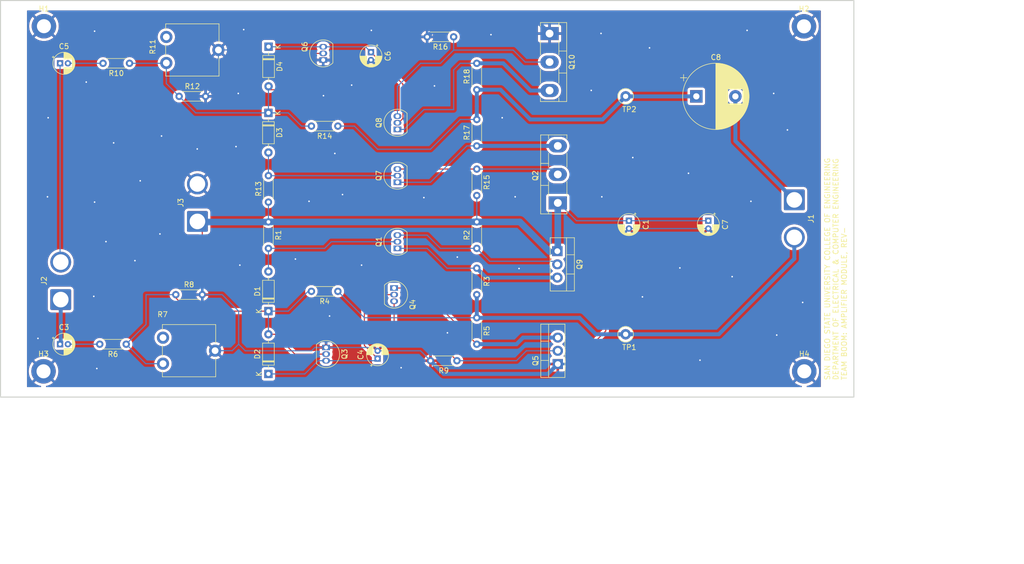
<source format=kicad_pcb>
(kicad_pcb (version 20240108) (generator "pcbnew") (generator_version "8.0")
  (title_block (title "Amplifier PCB") (date "2024-09-08") (rev "-") (company "Team BOOM"))
  (layers (0 "F.Cu" signal) (31 "B.Cu" signal) (34 "B.Paste" user) (35 "F.Paste" user) (36 "B.SilkS" user "B.Silkscreen") (37 "F.SilkS" user "F.Silkscreen") (38 "B.Mask" user) (39 "F.Mask" user) (44 "Edge.Cuts" user))
  (net 0 "")
  (net 1 "Net-(C8-Pad1)")
  (net 2 "Net-(Q10-C)")
  (net 3 "Net-(Q2-C)")
  (net 4 "GND")
  (net 5 "Net-(Q10-B)")
  (net 6 "Net-(D3-K)")
  (net 7 "/18V")
  (net 8 "Net-(D3-A)")
  (net 9 "Net-(C5-Pad2)")
  (net 10 "Net-(Q4-C)")
  (net 11 "Net-(D1-K)")
  (net 12 "Net-(C3-Pad2)")
  (net 13 "Net-(Q4-E)")
  (net 14 "Net-(D1-A)")
  (net 15 "Net-(Q1-C)")
  (net 16 "Net-(Q1-E)")
  (net 17 "Net-(Q2-B)")
  (net 18 "Net-(D4-K)")
  (net 19 "Net-(D2-K)")
  (net 20 "Net-(J2-Pin_2)")
  (net 21 "Net-(J2-Pin_1)")
  (net 22 "Net-(J1-Pin_2)")
  (net 23 "Net-(J1-Pin_1)")
  (footprint "Resistor_THT:R_Axial_DIN0204_L3.6mm_D1.6mm_P5.08mm_Horizontal" (layer "F.Cu") (at 72.1058 119.1448)
    (property "Reference" "R8" (at 2.54 -1.92 0) (layer "F.SilkS"))
    (property "Value" "1.3k")
    (pad "1" thru_hole circle (at 0 0) (size 1.4 1.4) (drill 0.7) (layers "*.Cu" "*.Mask") (net 11 "Net-(D1-K)"))
    (pad "2" thru_hole oval (at 5.08 0) (size 1.4 1.4) (drill 0.7) (layers "*.Cu" "*.Mask") (net 4 "GND"))
  )
  (footprint "Resistor_THT:R_Axial_DIN0204_L3.6mm_D1.6mm_P5.08mm_Horizontal" (layer "F.Cu") (at 103.2208 86.7598 180)
    (property "Reference" "R14" (at 2.54 -1.92 0) (layer "F.SilkS"))
    (property "Value" "12k")
    (pad "1" thru_hole circle (at 0 0 180) (size 1.4 1.4) (drill 0.7) (layers "*.Cu" "*.Mask") (net 1 "Net-(C8-Pad1)"))
    (pad "2" thru_hole oval (at 5.08 0 180) (size 1.4 1.4) (drill 0.7) (layers "*.Cu" "*.Mask") (net 6 "Net-(D3-K)"))
  )
  (footprint "TestPoint:TestPoint_Loop_D2.50mm_Drill1.0mm" (layer "F.Cu") (at 158.4658 126.7648)
    (property "Reference" "TP1" (at 0.7 2.5 0) (layer "F.SilkS"))
    (property "Value" "TestPoint")
    (pad "1" thru_hole circle (at 0 0) (size 2 2) (drill 1) (layers "*.Cu" "*.Mask") (net 22 "Net-(J1-Pin_2)"))
  )
  (footprint "Resistor_THT:R_Axial_DIN0204_L3.6mm_D1.6mm_P5.08mm_Horizontal" (layer "F.Cu") (at 72.7408 81.0448)
    (property "Reference" "R12" (at 2.54 -1.92 0) (layer "F.SilkS"))
    (property "Value" "1.3k")
    (pad "1" thru_hole circle (at 0 0) (size 1.4 1.4) (drill 0.7) (layers "*.Cu" "*.Mask") (net 6 "Net-(D3-K)"))
    (pad "2" thru_hole oval (at 5.08 0) (size 1.4 1.4) (drill 0.7) (layers "*.Cu" "*.Mask") (net 4 "GND"))
  )
  (footprint "Capacitor_THT:CP_Radial_D4.0mm_P1.50mm" (layer "F.Cu") (at 159.1008 104.9448 -90)
    (property "Reference" "C1" (at 0.75 -3.25 90) (layer "F.SilkS"))
    (property "Value" "0.22Uf")
    (pad "1" thru_hole rect (at 0 0 270) (size 1.2 1.2) (drill 0.6) (layers "*.Cu" "*.Mask") (net 7 "/18V"))
    (pad "2" thru_hole circle (at 1.5 0 270) (size 1.2 1.2) (drill 0.6) (layers "*.Cu" "*.Mask") (net 4 "GND"))
  )
  (footprint "MountingHole:MountingHole_2.7mm_M2.5_DIN965_Pad" (layer "F.Cu") (at 46.7868 67.564)
    (property "Reference" "H1" (at 0 -3.35 0) (layer "F.SilkS"))
    (property "Value" "MountingHole_Pad")
    (pad "1" thru_hole circle (at 0 0) (size 4.7 4.7) (drill 2.7) (layers "*.Cu" "*.Mask") (net 4 "GND"))
  )
  (footprint "MountingHole:MountingHole_2.7mm_M2.5_DIN965_Pad" (layer "F.Cu") (at 46.7106 133.8834)
    (property "Reference" "H3" (at 0 -3.35 0) (layer "F.SilkS"))
    (property "Value" "MountingHole_Pad")
    (pad "1" thru_hole circle (at 0 0) (size 4.7 4.7) (drill 2.7) (layers "*.Cu" "*.Mask") (net 4 "GND"))
  )
  (footprint "Resistor_THT:R_Axial_DIN0204_L3.6mm_D1.6mm_P5.08mm_Horizontal" (layer "F.Cu") (at 129.8908 95.0148 -90)
    (property "Reference" "R15" (at 2.54 -1.92 90) (layer "F.SilkS"))
    (property "Value" "10k")
    (pad "1" thru_hole circle (at 0 0 270) (size 1.4 1.4) (drill 0.7) (layers "*.Cu" "*.Mask") (net 17 "Net-(Q2-B)"))
    (pad "2" thru_hole oval (at 5.08 0 270) (size 1.4 1.4) (drill 0.7) (layers "*.Cu" "*.Mask") (net 7 "/18V"))
  )
  (footprint "Connector_Wire:SolderWire-2.5sqmm_1x02_P7.2mm_D2.4mm_OD3.6mm" (layer "F.Cu") (at 76.2508 105.0798 90)
    (property "Reference" "J3" (at 3.6 -3.2 90) (layer "F.SilkS"))
    (property "Value" "Power Input")
    (pad "1" thru_hole roundrect (at 0 0 90) (size 4 4) (drill 3) (layers "*.Cu" "*.Mask") (roundrect_rratio 0.0625) (net 7 "/18V"))
    (pad "2" thru_hole circle (at 7.2 0 90) (size 4 4) (drill 3) (layers "*.Cu" "*.Mask") (net 4 "GND"))
  )
  (footprint "MountingHole:MountingHole_2.7mm_M2.5_DIN965_Pad" (layer "F.Cu") (at 192.7606 133.8834)
    (property "Reference" "H4" (at 0 -3.35 0) (layer "F.SilkS"))
    (property "Value" "MountingHole_Pad")
    (pad "1" thru_hole circle (at 0 0) (size 4.7 4.7) (drill 2.7) (layers "*.Cu" "*.Mask") (net 4 "GND"))
  )
  (footprint "MountingHole:MountingHole_2.7mm_M2.5_DIN965_Pad" (layer "F.Cu") (at 192.7098 67.5894)
    (property "Reference" "H2" (at 0 -3.35 0) (layer "F.SilkS"))
    (property "Value" "MountingHole_Pad")
    (pad "1" thru_hole circle (at 0 0) (size 4.7 4.7) (drill 2.7) (layers "*.Cu" "*.Mask") (net 4 "GND"))
  )
  (footprint "Resistor_THT:R_Axial_DIN0204_L3.6mm_D1.6mm_P5.08mm_Horizontal" (layer "F.Cu") (at 129.8908 114.0648 -90)
    (property "Reference" "R3" (at 2.54 -1.92 90) (layer "F.SilkS"))
    (property "Value" "0.22")
    (pad "1" thru_hole circle (at 0 0 270) (size 1.4 1.4) (drill 0.7) (layers "*.Cu" "*.Mask") (net 16 "Net-(Q1-E)"))
    (pad "2" thru_hole oval (at 5.08 0 270) (size 1.4 1.4) (drill 0.7) (layers "*.Cu" "*.Mask") (net 22 "Net-(J1-Pin_2)"))
  )
  (footprint "Capacitor_THT:CP_Radial_D4.0mm_P1.50mm" (layer "F.Cu") (at 49.8808 128.6698)
    (property "Reference" "C3" (at 0.75 -3.25 0) (layer "F.SilkS"))
    (property "Value" "1Uf")
    (pad "1" thru_hole rect (at 0 0) (size 1.2 1.2) (drill 0.6) (layers "*.Cu" "*.Mask") (net 21 "Net-(J2-Pin_1)"))
    (pad "2" thru_hole circle (at 1.5 0) (size 1.2 1.2) (drill 0.6) (layers "*.Cu" "*.Mask") (net 12 "Net-(C3-Pad2)"))
  )
  (footprint "Potentiometer_THT:Potentiometer_ACP_CA9-V10_Vertical" (layer "F.Cu") (at 70.2808 74.6298)
    (property "Reference" "R11" (at -2.62 -3.11 -90) (layer "F.SilkS"))
    (property "Value" "R_Variable")
    (pad "1" thru_hole circle (at 0 0) (size 2.34 2.34) (drill 1.3) (layers "*.Cu" "*.Mask") (net 6 "Net-(D3-K)"))
    (pad "2" thru_hole circle (at 10 -2.5) (size 2.34 2.34) (drill 1.3) (layers "*.Cu" "*.Mask") (net 4 "GND"))
    (pad "3" thru_hole circle (at 0 -5) (size 2.34 2.34) (drill 1.3) (layers "*.Cu" "*.Mask"))
  )
  (footprint "Resistor_THT:R_Axial_DIN0204_L3.6mm_D1.6mm_P5.08mm_Horizontal" (layer "F.Cu") (at 129.8908 110.2548 90)
    (property "Reference" "R2" (at 2.54 -1.92 90) (layer "F.SilkS"))
    (property "Value" "10k")
    (pad "1" thru_hole circle (at 0 0 90) (size 1.4 1.4) (drill 0.7) (layers "*.Cu" "*.Mask") (net 15 "Net-(Q1-C)"))
    (pad "2" thru_hole oval (at 5.08 0 90) (size 1.4 1.4) (drill 0.7) (layers "*.Cu" "*.Mask") (net 7 "/18V"))
  )
  (footprint "Capacitor_THT:CP_Radial_D4.0mm_P1.50mm" (layer "F.Cu") (at 49.8808 74.6948)
    (property "Reference" "C5" (at 0.75 -3.25 0) (layer "F.SilkS"))
    (property "Value" "1Uf")
    (pad "1" thru_hole rect (at 0 0) (size 1.2 1.2) (drill 0.6) (layers "*.Cu" "*.Mask") (net 20 "Net-(J2-Pin_2)"))
    (pad "2" thru_hole circle (at 1.5 0) (size 1.2 1.2) (drill 0.6) (layers "*.Cu" "*.Mask") (net 9 "Net-(C5-Pad2)"))
  )
  (footprint "Package_TO_SOT_THT:TO-92_Inline" (layer "F.Cu") (at 100.4058 74.0598 90)
    (property "Reference" "Q6" (at 2.54 -3.535 90) (layer "F.SilkS"))
    (property "Value" "2N3904")
    (pad "1" thru_hole rect (at 0 0 90) (size 1.05 1.5) (drill 0.75) (layers "*.Cu" "*.Mask") (net 4 "GND"))
    (pad "2" thru_hole oval (at 1.27 0 90) (size 1.05 1.5) (drill 0.75) (layers "*.Cu" "*.Mask") (net 6 "Net-(D3-K)"))
    (pad "3" thru_hole oval (at 2.54 0 90) (size 1.05 1.5) (drill 0.75) (layers "*.Cu" "*.Mask") (net 18 "Net-(D4-K)"))
  )
  (footprint "Diode_THT:D_DO-35_SOD27_P7.62mm_Horizontal" (layer "F.Cu") (at 89.8858 84.2198 -90)
    (property "Reference" "D3" (at 3.81 -2.12 90) (layer "F.SilkS"))
    (property "Value" "1N4148")
    (fp_text user "K" (at 0 -1.8 90) (layer "F.SilkS"))
    (pad "1" thru_hole rect (at 0 0 270) (size 1.6 1.6) (drill 0.8) (layers "*.Cu" "*.Mask") (net 6 "Net-(D3-K)"))
    (pad "2" thru_hole oval (at 7.62 0 270) (size 1.6 1.6) (drill 0.8) (layers "*.Cu" "*.Mask") (net 8 "Net-(D3-A)"))
  )
  (footprint "Capacitor_THT:CP_Radial_D4.0mm_P1.50mm" (layer "F.Cu") (at 109.5708 72.5598 -90)
    (property "Reference" "C6" (at 0.75 -3.25 90) (layer "F.SilkS"))
    (property "Value" "1nF")
    (pad "1" thru_hole rect (at 0 0 270) (size 1.2 1.2) (drill 0.6) (layers "*.Cu" "*.Mask") (net 18 "Net-(D4-K)"))
    (pad "2" thru_hole circle (at 1.5 0 270) (size 1.2 1.2) (drill 0.6) (layers "*.Cu" "*.Mask") (net 4 "GND"))
  )
  (footprint "Resistor_THT:R_Axial_DIN0204_L3.6mm_D1.6mm_P5.08mm_Horizontal" (layer "F.Cu") (at 63.2158 74.6948 180)
    (property "Reference" "R10" (at 2.54 -1.92 0) (layer "F.SilkS"))
    (property "Value" "4.7k")
    (pad "1" thru_hole circle (at 0 0 180) (size 1.4 1.4) (drill 0.7) (layers "*.Cu" "*.Mask") (net 6 "Net-(D3-K)"))
    (pad "2" thru_hole oval (at 5.08 0 180) (size 1.4 1.4) (drill 0.7) (layers "*.Cu" "*.Mask") (net 9 "Net-(C5-Pad2)"))
  )
  (footprint "Capacitor_THT:CP_Radial_D4.0mm_P1.50mm" (layer "F.Cu") (at 110.8408 131.4398 90)
    (property "Reference" "C4" (at 0.75 -3.25 90) (layer "F.SilkS"))
    (property "Value" "1nF")
    (pad "1" thru_hole rect (at 0 0 90) (size 1.2 1.2) (drill 0.6) (layers "*.Cu" "*.Mask") (net 19 "Net-(D2-K)"))
    (pad "2" thru_hole circle (at 1.5 0 90) (size 1.2 1.2) (drill 0.6) (layers "*.Cu" "*.Mask") (net 4 "GND"))
  )
  (footprint "Resistor_THT:R_Axial_DIN0204_L3.6mm_D1.6mm_P5.08mm_Horizontal" (layer "F.Cu") (at 62.5808 128.6698 180)
    (property "Reference" "R6" (at 2.54 -1.92 0) (layer "F.SilkS"))
    (property "Value" "4.7k")
    (pad "1" thru_hole circle (at 0 0 180) (size 1.4 1.4) (drill 0.7) (layers "*.Cu" "*.Mask") (net 11 "Net-(D1-K)"))
    (pad "2" thru_hole oval (at 5.08 0 180) (size 1.4 1.4) (drill 0.7) (layers "*.Cu" "*.Mask") (net 12 "Net-(C3-Pad2)"))
  )
  (footprint "Package_TO_SOT_THT:TO-218-3_Vertical" (layer "F.Cu") (at 143.8608 68.9798 -90)
    (property "Reference" "Q10" (at 5.475 -4.29 90) (layer "F.SilkS"))
    (property "Value" "QD44H8G")
    (pad "1" thru_hole rect (at 0 0 270) (size 2.5 3.5) (drill 1.5) (layers "*.Cu" "*.Mask") (net 4 "GND"))
    (pad "2" thru_hole oval (at 5.475 0 270) (size 2.5 3.5) (drill 1.5) (layers "*.Cu" "*.Mask") (net 5 "Net-(Q10-B)"))
    (pad "3" thru_hole oval (at 10.95 0 270) (size 2.5 3.5) (drill 1.5) (layers "*.Cu" "*.Mask") (net 2 "Net-(Q10-C)"))
  )
  (footprint "Capacitor_THT:CP_Radial_D4.0mm_P1.50mm" (layer "F.Cu") (at 174.3408 104.9448 -90)
    (property "Reference" "C7" (at 0.75 -3.25 90) (layer "F.SilkS"))
    (property "Value" "0.22Uf")
    (pad "1" thru_hole rect (at 0 0 270) (size 1.2 1.2) (drill 0.6) (layers "*.Cu" "*.Mask") (net 7 "/18V"))
    (pad "2" thru_hole circle (at 1.5 0 270) (size 1.2 1.2) (drill 0.6) (layers "*.Cu" "*.Mask") (net 4 "GND"))
  )
  (footprint "Resistor_THT:R_Axial_DIN0204_L3.6mm_D1.6mm_P5.08mm_Horizontal" (layer "F.Cu") (at 125.4458 69.6148 180)
    (property "Reference" "R16" (at 2.54 -1.92 0) (layer "F.SilkS"))
    (property "Value" "10k")
    (pad "1" thru_hole circle (at 0 0 180) (size 1.4 1.4) (drill 0.7) (layers "*.Cu" "*.Mask") (net 5 "Net-(Q10-B)"))
    (pad "2" thru_hole oval (at 5.08 0 180) (size 1.4 1.4) (drill 0.7) (layers "*.Cu" "*.Mask") (net 4 "GND"))
  )
  (footprint "Diode_THT:D_DO-35_SOD27_P7.62mm_Horizontal" (layer "F.Cu") (at 89.8858 122.3198 90)
    (property "Reference" "D1" (at 3.81 -2.12 90) (layer "F.SilkS"))
    (property "Value" "1N4148")
    (fp_text user "K" (at 0 -1.8 90) (layer "F.SilkS"))
    (pad "1" thru_hole rect (at 0 0 90) (size 1.6 1.6) (drill 0.8) (layers "*.Cu" "*.Mask") (net 11 "Net-(D1-K)"))
    (pad "2" thru_hole oval (at 7.62 0 90) (size 1.6 1.6) (drill 0.8) (layers "*.Cu" "*.Mask") (net 14 "Net-(D1-A)"))
  )
  (footprint "Resistor_THT:R_Axial_DIN0204_L3.6mm_D1.6mm_P5.08mm_Horizontal" (layer "F.Cu") (at 126.0808 131.8448 180)
    (property "Reference" "R9" (at 2.54 -1.905 0) (layer "F.SilkS"))
    (property "Value" "10k")
    (pad "1" thru_hole circle (at 0 0 180) (size 1.4 1.4) (drill 0.7) (layers "*.Cu" "*.Mask") (net 10 "Net-(Q4-C)"))
    (pad "2" thru_hole oval (at 5.08 0 180) (size 1.4 1.4) (drill 0.7) (layers "*.Cu" "*.Mask") (net 4 "GND"))
  )
  (footprint "Connector_Wire:SolderWire-2.5sqmm_1x02_P7.2mm_D2.4mm_OD3.6mm" (layer "F.Cu") (at 190.8508 100.9398 -90)
    (property "Reference" "J1" (at 3.6 -3.2 90) (layer "F.SilkS"))
    (property "Value" "Speaker Terminals")
    (pad "1" thru_hole roundrect (at 0 0 270) (size 4 4) (drill 3) (layers "*.Cu" "*.Mask") (roundrect_rratio 0.0625) (net 23 "Net-(J1-Pin_1)"))
    (pad "2" thru_hole circle (at 7.2 0 270) (size 4 4) (drill 3) (layers "*.Cu" "*.Mask") (net 22 "Net-(J1-Pin_2)"))
  )
  (footprint "Package_TO_SOT_THT:TO-92_Inline" (layer "F.Cu") (at 114.6508 87.3948 90)
    (property "Reference" "Q8" (at 1.27 -3.56 90) (layer "F.SilkS"))
    (property "Value" "2N3906")
    (pad "1" thru_hole rect (at 0 0 90) (size 1.05 1.5) (drill 0.75) (layers "*.Cu" "*.Mask") (net 2 "Net-(Q10-C)"))
    (pad "2" thru_hole oval (at 1.27 0 90) (size 1.05 1.5) (drill 0.75) (layers "*.Cu" "*.Mask") (net 18 "Net-(D4-K)"))
    (pad "3" thru_hole oval (at 2.54 0 90) (size 1.05 1.5) (drill 0.75) (layers "*.Cu" "*.Mask") (net 5 "Net-(Q10-B)"))
  )
  (footprint "Resistor_THT:R_Axial_DIN0204_L3.6mm_D1.6mm_P5.08mm_Horizontal" (layer "F.Cu") (at 129.8908 79.7748 90)
    (property "Reference" "R18" (at 2.54 -1.92 90) (layer "F.SilkS"))
    (property "Value" "0.22")
    (pad "1" thru_hole circle (at 0 0 90) (size 1.4 1.4) (drill 0.7) (layers "*.Cu" "*.Mask") (net 1 "Net-(C8-Pad1)"))
    (pad "2" thru_hole oval (at 5.08 0 90) (size 1.4 1.4) (drill 0.7) (layers "*.Cu" "*.Mask") (net 2 "Net-(Q10-C)"))
  )
  (footprint "Potentiometer_THT:Potentiometer_ACP_CA9-V10_Vertical" (layer "F.Cu") (at 69.6458 132.4148)
    (property "Reference" "R7" (at -0.08 -9.46 0) (layer "F.SilkS"))
    (property "Value" "R_Variable")
    (pad "1" thru_hole circle (at 0 0) (size 2.34 2.34) (drill 1.3) (layers "*.Cu" "*.Mask") (net 11 "Net-(D1-K)"))
    (pad "2" thru_hole circle (at 10 -2.5) (size 2.34 2.34) (drill 1.3) (layers "*.Cu" "*.Mask") (net 4 "GND"))
    (pad "3" thru_hole circle (at 0 -5) (size 2.34 2.34) (drill 1.3) (layers "*.Cu" "*.Mask"))
  )
  (footprint "Package_TO_SOT_THT:TO-92_Inline" (layer "F.Cu") (at 114.6508 110.2548 90)
    (property "Reference" "Q1" (at 1.27 -3.56 90) (layer "F.SilkS"))
    (property "Value" "2N3904")
    (pad "1" thru_hole rect (at 0 0 90) (size 1.05 1.5) (drill 0.75) (layers "*.Cu" "*.Mask") (net 16 "Net-(Q1-E)"))
    (pad "2" thru_hole oval (at 1.27 0 90) (size 1.05 1.5) (drill 0.75) (layers "*.Cu" "*.Mask") (net 14 "Net-(D1-A)"))
    (pad "3" thru_hole oval (at 2.54 0 90) (size 1.05 1.5) (drill 0.75) (layers "*.Cu" "*.Mask") (net 15 "Net-(Q1-C)"))
  )
  (footprint "Resistor_THT:R_Axial_DIN0204_L3.6mm_D1.6mm_P5.08mm_Horizontal" (layer "F.Cu") (at 129.8908 90.5698 90)
    (property "Reference" "R17" (at 2.54 -1.92 90) (layer "F.SilkS"))
    (property "Value" "0.22")
    (pad "1" thru_hole circle (at 0 0 90) (size 1.4 1.4) (drill 0.7) (layers "*.Cu" "*.Mask") (net 3 "Net-(Q2-C)"))
    (pad "2" thru_hole oval (at 5.08 0 90) (size 1.4 1.4) (drill 0.7) (layers "*.Cu" "*.Mask") (net 1 "Net-(C8-Pad1)"))
  )
  (footprint "Package_TO_SOT_THT:TO-220-3_Vertical" (layer "F.Cu") (at 145.3558 110.7898 -90)
    (property "Reference" "Q9" (at 2.54 -4.27 90) (layer "F.SilkS"))
    (property "Value" "QD45H8G")
    (pad "1" thru_hole rect (at 0 0 270) (size 1.905 2) (drill 1.1) (layers "*.Cu" "*.Mask") (net 7 "/18V"))
    (pad "2" thru_hole oval (at 2.54 0 270) (size 1.905 2) (drill 1.1) (layers "*.Cu" "*.Mask") (net 15 "Net-(Q1-C)"))
    (pad "3" thru_hole oval (at 5.08 0 270) (size 1.905 2) (drill 1.1) (layers "*.Cu" "*.Mask") (net 16 "Net-(Q1-E)"))
  )
  (footprint "TestPoint:TestPoint_Loop_D2.50mm_Drill1.0mm" (layer "F.Cu") (at 158.4658 81.0448)
    (property "Reference" "TP2" (at 0.7 2.5 0) (layer "F.SilkS"))
    (property "Value" "TestPoint")
    (pad "1" thru_hole circle (at 0 0) (size 2 2) (drill 1) (layers "*.Cu" "*.Mask") (net 1 "Net-(C8-Pad1)"))
  )
  (footprint "Resistor_THT:R_Axial_DIN0204_L3.6mm_D1.6mm_P5.08mm_Horizontal" (layer "F.Cu") (at 89.8858 105.1748 -90)
    (property "Reference" "R1" (at 2.54 -1.92 90) (layer "F.SilkS"))
    (property "Value" "4.7k")
    (pad "1" thru_hole circle (at 0 0 270) (size 1.4 1.4) (drill 0.7) (layers "*.Cu" "*.Mask") (net 7 "/18V"))
    (pad "2" thru_hole oval (at 5.08 0 270) (size 1.4 1.4) (drill 0.7) (layers "*.Cu" "*.Mask") (net 14 "Net-(D1-A)"))
  )
  (footprint "Package_TO_SOT_THT:TO-92_Inline" (layer "F.Cu") (at 114.6508 97.5548 90)
    (property "Reference" "Q7" (at 1.27 -3.56 90) (layer "F.SilkS"))
    (property "Value" "2N3904")
    (pad "1" thru_hole rect (at 0 0 90) (size 1.05 1.5) (drill 0.75) (layers "*.Cu" "*.Mask") (net 3 "Net-(Q2-C)"))
    (pad "2" thru_hole oval (at 1.27 0 90) (size 1.05 1.5) (drill 0.75) (layers "*.Cu" "*.Mask") (net 8 "Net-(D3-A)"))
    (pad "3" thru_hole oval (at 2.54 0 90) (size 1.05 1.5) (drill 0.75) (layers "*.Cu" "*.Mask") (net 17 "Net-(Q2-B)"))
  )
  (footprint "Connector_Wire:SolderWire-2.5sqmm_1x02_P7.2mm_D2.4mm_OD3.6mm" (layer "F.Cu") (at 50.0078 120.0964 90)
    (property "Reference" "J2" (at 3.6 -3.2 90) (layer "F.SilkS"))
    (property "Value" "Input Terminals")
    (pad "1" thru_hole roundrect (at 0 0 90) (size 4 4) (drill 3) (layers "*.Cu" "*.Mask") (roundrect_rratio 0.0625) (net 21 "Net-(J2-Pin_1)"))
    (pad "2" thru_hole circle (at 7.2 0 90) (size 4 4) (drill 3) (layers "*.Cu" "*.Mask") (net 20 "Net-(J2-Pin_2)"))
  )
  (footprint "Diode_THT:D_DO-35_SOD27_P7.62mm_Horizontal" (layer "F.Cu") (at 89.9112 71.4944 -90)
    (property "Reference" "D4" (at 3.81 -2.12 90) (layer "F.SilkS"))
    (property "Value" "1N4148")
    (fp_text user "K" (at 0 -1.8 90) (layer "F.SilkS"))
    (pad "1" thru_hole rect (at 0 0 270) (size 1.6 1.6) (drill 0.8) (layers "*.Cu" "*.Mask") (net 18 "Net-(D4-K)"))
    (pad "2" thru_hole oval (at 7.62 0 270) (size 1.6 1.6) (drill 0.8) (layers "*.Cu" "*.Mask") (net 6 "Net-(D3-K)"))
  )
  (footprint "Package_TO_SOT_THT:TO-92_Inline" (layer "F.Cu") (at 100.9558 129.3048 -90)
    (property "Reference" "Q3" (at 1.27 -3.56 90) (layer "F.SilkS"))
    (property "Value" "2N3904")
    (pad "1" thru_hole rect (at 0 0 270) (size 1.05 1.5) (drill 0.75) (layers "*.Cu" "*.Mask") (net 4 "GND"))
    (pad "2" thru_hole oval (at 1.27 0 270) (size 1.05 1.5) (drill 0.75) (layers "*.Cu" "*.Mask") (net 11 "Net-(D1-K)"))
    (pad "3" thru_hole oval (at 2.54 0 270) (size 1.05 1.5) (drill 0.75) (layers "*.Cu" "*.Mask") (net 19 "Net-(D2-K)"))
  )
  (footprint "Package_TO_SOT_THT:TO-220-3_Vertical" (layer "F.Cu") (at 145.4408 132.4798 90)
    (property "Reference" "Q5" (at 0.635 -4.27 90) (layer "F.SilkS"))
    (property "Value" "QD44H8G")
    (pad "1" thru_hole rect (at 0 0 90) (size 1.905 2) (drill 1.1) (layers "*.Cu" "*.Mask") (net 4 "GND"))
    (pad "2" thru_hole oval (at 2.54 0 90) (size 1.905 2) (drill 1.1) (layers "*.Cu" "*.Mask") (net 10 "Net-(Q4-C)"))
    (pad "3" thru_hole oval (at 5.08 0 90) (size 1.905 2) (drill 1.1) (layers "*.Cu" "*.Mask") (net 13 "Net-(Q4-E)"))
  )
  (footprint "Capacitor_THT:CP_Radial_D12.5mm_P7.50mm" (layer "F.Cu") (at 172.036841 81.0448)
    (property "Reference" "C8" (at 3.75 -7.5 0) (layer "F.SilkS"))
    (property "Value" "1000uF")
    (pad "1" thru_hole rect (at 0 0) (size 2.4 2.4) (drill 1.2) (layers "*.Cu" "*.Mask") (net 1 "Net-(C8-Pad1)"))
    (pad "2" thru_hole circle (at 7.5 0) (size 2.4 2.4) (drill 1.2) (layers "*.Cu" "*.Mask") (net 23 "Net-(J1-Pin_1)"))
  )
  (footprint "Package_TO_SOT_THT:TO-92_Inline" (layer "F.Cu") (at 114.0158 117.8748 -90)
    (property "Reference" "Q4" (at 3.175 -3.56 90) (layer "F.SilkS"))
    (property "Value" "2N3906")
    (pad "1" thru_hole rect (at 0 0 270) (size 1.05 1.5) (drill 0.75) (layers "*.Cu" "*.Mask") (net 13 "Net-(Q4-E)"))
    (pad "2" thru_hole oval (at 1.27 0 270) (size 1.05 1.5) (drill 0.75) (layers "*.Cu" "*.Mask") (net 19 "Net-(D2-K)"))
    (pad "3" thru_hole oval (at 2.54 0 270) (size 1.05 1.5) (drill 0.75) (layers "*.Cu" "*.Mask") (net 10 "Net-(Q4-C)"))
  )
  (footprint "Resistor_THT:R_Axial_DIN0204_L3.6mm_D1.6mm_P5.08mm_Horizontal" (layer "F.Cu") (at 89.8858 101.3648 90)
    (property "Reference" "R13" (at 2.54 -1.905 90) (layer "F.SilkS"))
    (property "Value" "4.7k")
    (pad "1" thru_hole circle (at 0 0 90) (size 1.4 1.4) (drill 0.7) (layers "*.Cu" "*.Mask") (net 7 "/18V"))
    (pad "2" thru_hole oval (at 5.08 0 90) (size 1.4 1.4) (drill 0.7) (layers "*.Cu" "*.Mask") (net 8 "Net-(D3-A)"))
  )
  (footprint "Resistor_THT:R_Axial_DIN0204_L3.6mm_D1.6mm_P5.08mm_Horizontal" (layer "F.Cu") (at 129.8908 123.5898 -90)
    (property "Reference" "R5" (at 2.54 -1.92 90) (layer "F.SilkS"))
    (property "Value" "0.22")
    (pad "1" thru_hole circle (at 0 0 270) (size 1.4 1.4) (drill 0.7) (layers "*.Cu" "*.Mask") (net 22 "Net-(J1-Pin_2)"))
    (pad "2" thru_hole oval (at 5.08 0 270) (size 1.4 1.4) (drill 0.7) (layers "*.Cu" "*.Mask") (net 13 "Net-(Q4-E)"))
  )
  (footprint "Resistor_THT:R_Axial_DIN0204_L3.6mm_D1.6mm_P5.08mm_Horizontal" (layer "F.Cu") (at 103.2208 118.5098 180)
    (property "Reference" "R4" (at 2.54 -1.92 0) (layer "F.SilkS"))
    (property "Value" "12k")
    (pad "1" thru_hole circle (at 0 0 180) (size 1.4 1.4) (drill 0.7) (layers "*.Cu" "*.Mask") (net 22 "Net-(J1-Pin_2)"))
    (pad "2" thru_hole oval (at 5.08 0 180) (size 1.4 1.4) (drill 0.7) (layers "*.Cu" "*.Mask") (net 11 "Net-(D1-K)"))
  )
  (footprint "Diode_THT:D_DO-35_SOD27_P7.62mm_Horizontal" (layer "F.Cu") (at 89.8858 134.3848 90)
    (property "Reference" "D2" (at 3.81 -2.12 90) (layer "F.SilkS"))
    (property "Value" "1N4148")
    (fp_text user "K" (at 0 -1.8 90) (layer "F.SilkS"))
    (pad "1" thru_hole rect (at 0 0 90) (size 1.6 1.6) (drill 0.8) (layers "*.Cu" "*.Mask") (net 19 "Net-(D2-K)"))
    (pad "2" thru_hole oval (at 7.62 0 90) (size 1.6 1.6) (drill 0.8) (layers "*.Cu" "*.Mask") (net 11 "Net-(D1-K)"))
  )
  (footprint "Package_TO_SOT_THT:TO-218-3_Vertical" (layer "F.Cu") (at 145.4408 101.5198 90)
    (property "Reference" "Q2" (at 5.235 -4.29 90) (layer "F.SilkS"))
    (property "Value" "QD45H8G")
    (pad "1" thru_hole rect (at 0 0 90) (size 2.5 3.5) (drill 1.5) (layers "*.Cu" "*.Mask") (net 7 "/18V"))
    (pad "2" thru_hole oval (at 5.475 0 90) (size 2.5 3.5) (drill 1.5) (layers "*.Cu" "*.Mask") (net 17 "Net-(Q2-B)"))
    (pad "3" thru_hole oval (at 10.95 0 90) (size 2.5 3.5) (drill 1.5) (layers "*.Cu" "*.Mask") (net 3 "Net-(Q2-C)"))
  )
  (gr_rect (start 38.4508 62.6298) (end 202.2808 138.8298) (stroke (width 0.2)) (fill none) (layer "Edge.Cuts"))
  (gr_text "SAN DIEGO STATE UNIVERSITY COLLEGE OF ENGINEERING\nDEPARTMENT OF ELECTRICAL & COMPUTER ENGINEERING\nTEAM BOOM: AMPLIFIER MODULE, REV-" (at 201.0108 135.6548 90) (layer "F.SilkS") (effects (font (size 1 1)) (justify left bottom)))
  (segment (start 121.0008 91.2048) (end 126.7158 85.4898) (width 0.2) (layer "B.Cu") (net 1))
  (segment (start 129.8908 82.9498) (end 129.8908 85.4898) (width 0.762) (layer "B.Cu") (net 1))
  (segment (start 172.036841 81.0448) (end 158.4658 81.0448) (width 0.762) (layer "B.Cu") (net 1))
  (segment (start 158.4658 81.0448) (end 154.0208 85.4898) (width 0.762) (layer "B.Cu") (net 1))
  (segment (start 106.3958 86.7598) (end 110.8408 91.2048) (width 0.2) (layer "B.Cu") (net 1))
  (segment (start 103.2208 86.7598) (end 106.3958 86.7598) (width 0.2) (layer "B.Cu") (net 1))
  (segment (start 154.0208 85.4898) (end 140.1524 85.4898) (width 0.762) (layer "B.Cu") (net 1))
  (segment (start 140.1524 85.4898) (end 134.4374 79.7748) (width 0.762) (layer "B.Cu") (net 1))
  (segment (start 129.8908 82.9498) (end 129.8908 79.7748) (width 0.762) (layer "B.Cu") (net 1))
  (segment (start 126.7158 85.4898) (end 129.8908 85.4898) (width 0.2) (layer "B.Cu") (net 1))
  (segment (start 110.8408 91.2048) (end 121.0008 91.2048) (width 0.2) (layer "B.Cu") (net 1))
  (segment (start 134.4374 79.7748) (end 129.8908 79.7748) (width 0.762) (layer "B.Cu") (net 1))
  (segment (start 119.7308 83.5848) (end 115.9208 87.3948) (width 0.2) (layer "B.Cu") (net 2))
  (segment (start 115.9208 87.3948) (end 114.6508 87.3948) (width 0.2) (layer "B.Cu") (net 2))
  (segment (start 140.2058 79.9298) (end 134.9708 74.6948) (width 0.762) (layer "B.Cu") (net 2))
  (segment (start 125.4458 83.5848) (end 119.7308 83.5848) (width 0.2) (layer "B.Cu") (net 2))
  (segment (start 125.4458 75.9648) (end 125.4458 83.5848) (width 0.2) (layer "B.Cu") (net 2))
  (segment (start 143.8608 79.9298) (end 140.2058 79.9298) (width 0.762) (layer "B.Cu") (net 2))
  (segment (start 134.9708 74.6948) (end 129.8908 74.6948) (width 0.762) (layer "B.Cu") (net 2))
  (segment (start 126.7158 74.6948) (end 125.4458 75.9648) (width 0.2) (layer "B.Cu") (net 2))
  (segment (start 129.8908 74.6948) (end 126.7158 74.6948) (width 0.2) (layer "B.Cu") (net 2))
  (segment (start 114.6508 97.5548) (end 121.0008 97.5548) (width 0.2) (layer "B.Cu") (net 3))
  (segment (start 129.8908 90.5698) (end 145.4408 90.5698) (width 0.762) (layer "B.Cu") (net 3))
  (segment (start 127.9858 90.5698) (end 129.8908 90.5698) (width 0.2) (layer "B.Cu") (net 3))
  (segment (start 121.0008 97.5548) (end 127.9858 90.5698) (width 0.2) (layer "B.Cu") (net 3))
  (via (at 69.0578 107.4862) (size 0.6) (drill 0.3) (layers "F.Cu" "B.Cu") (net 4))
  (via (at 64.2572 112.617) (size 0.6) (drill 0.3) (layers "F.Cu" "B.Cu") (net 4))
  (via (at 104.1098 99.917) (size 0.6) (drill 0.3) (layers "F.Cu" "B.Cu") (net 4))
  (via (at 54.91 78.3016) (size 0.6) (drill 0.3) (layers "F.Cu" "B.Cu") (net 4))
  (via (at 168.8798 114.014) (size 0.6) (drill 0.3) (layers "F.Cu" "B.Cu") (net 4))
  (via (at 159.8374 92.805) (size 0.6) (drill 0.3) (layers "F.Cu" "B.Cu") (net 4))
  (via (at 189.53 87.4964) (size 0.6) (drill 0.3) (layers "F.Cu" "B.Cu") (net 4))
  (via (at 181.783 68.3702) (size 0.6) (drill 0.3) (layers "F.Cu" "B.Cu") (net 4))
  (via (at 187.4726 126.9172) (size 0.6) (drill 0.3) (layers "F.Cu" "B.Cu") (net 4))
  (via (at 56.3578 119.475) (size 0.6) (drill 0.3) (layers "F.Cu" "B.Cu") (net 4))
  (via (at 134.7676 85.1596) (size 0.6) (drill 0.3) (layers "F.Cu" "B.Cu") (net 4))
  (via (at 45.639 127.5522) (size 0.6) (drill 0.3) (layers "F.Cu" "B.Cu") (net 4))
  (via (at 186.8884 80.486) (size 0.6) (drill 0.3) (layers "F.Cu" "B.Cu") (net 4))
  (via (at 107.7674 113.4806) (size 0.6) (drill 0.3) (layers "F.Cu" "B.Cu") (net 4))
  (via (at 170.5308 95.8276) (size 0.6) (drill 0.3) (layers "F.Cu" "B.Cu") (net 4))
  (via (at 153.7414 68.9544) (size 0.6) (drill 0.3) (layers "F.Cu" "B.Cu") (net 4))
  (via (at 178.9128 115.6904) (size 0.6) (drill 0.3) (layers "F.Cu" "B.Cu") (net 4))
  (via (at 56.942 133.3434) (size 0.6) (drill 0.3) (layers "F.Cu" "B.Cu") (net 4))
  (via (at 119.7308 100.5012) (size 0.6) (drill 0.3) (layers "F.Cu" "B.Cu") (net 4))
  (via (at 84.3994 113.4806) (size 0.6) (drill 0.3) (layers "F.Cu" "B.Cu") (net 4))
  (via (at 126.1508 111.9298) (size 0.6) (drill 0.3) (layers "F.Cu" "B.Cu") (net 4))
  (via (at 124.252 126.4854) (size 0.6) (drill 0.3) (layers "F.Cu" "B.Cu") (net 4))
  (via (at 151.8618 79.9018) (size 0.6) (drill 0.3) (layers "F.Cu" "B.Cu") (net 4))
  (via (at 182.5196 101.2124) (size 0.6) (drill 0.3) (layers "F.Cu" "B.Cu") (net 4))
  (via (at 121.7628 79.0382) (size 0.6) (drill 0.3) (layers "F.Cu" "B.Cu") (net 4))
  (via (at 83.6628 90.6968) (size 0.6) (drill 0.3) (layers "F.Cu" "B.Cu") (net 4))
  (via (at 192.451 120.6434) (size 0.6) (drill 0.3) (layers "F.Cu" "B.Cu") (net 4))
  (via (at 172.7406 131.7432) (size 0.6) (drill 0.3) (layers "F.Cu" "B.Cu") (net 4))
  (via (at 161.6916 119.5766) (size 0.6) (drill 0.3) (layers "F.Cu" "B.Cu") (net 4))
  (via (at 76.2206 91.154) (size 0.6) (drill 0.3) (layers "F.Cu" "B.Cu") (net 4))
  (via (at 102.6366 92.0176) (size 0.6) (drill 0.3) (layers "F.Cu" "B.Cu") (net 4))
  (via (at 132.6134 69.1896) (size 0.6) (drill 0.3) (layers "F.Cu" "B.Cu") (net 4))
  (via (at 97.6836 101.2124) (size 0.6) (drill 0.3) (layers "F.Cu" "B.Cu") (net 4))
  (via (at 60.1678 89.9856) (size 0.6) (drill 0.3) (layers "F.Cu" "B.Cu") (net 4))
  (via (at 163.0508 71.7298) (size 0.6) (drill 0.3) (layers "F.Cu" "B.Cu") (net 4))
  (via (at 100.4522 80.9178) (size 0.6) (drill 0.3) (layers "F.Cu" "B.Cu") (net 4))
  (via (at 85.136 68.2178) (size 0.6) (drill 0.3) (layers "F.Cu" "B.Cu") (net 4))
  (via (at 101.6206 123.2596) (size 0.6) (drill 0.3) (layers "F.Cu" "B.Cu") (net 4))
  (via (at 109.647 68.3702) (size 0.6) (drill 0.3) (layers "F.Cu" "B.Cu") (net 4))
  (via (at 65.2732 97.2754) (size 0.6) (drill 0.3) (layers "F.Cu" "B.Cu") (net 4))
  (via (at 115.362 133.191) (size 0.6) (drill 0.3) (layers "F.Cu" "B.Cu") (net 4))
  (via (at 84.0946 80.486) (size 0.6) (drill 0.3) (layers "F.Cu" "B.Cu") (net 4))
  (via (at 137.2568 100.3488) (size 0.6) (drill 0.3) (layers "F.Cu" "B.Cu") (net 4))
  (via (at 69.3626 88.6648) (size 0.6) (drill 0.3) (layers "F.Cu" "B.Cu") (net 4))
  (via (at 56.5102 101.3648) (size 0.6) (drill 0.3) (layers "F.Cu" "B.Cu") (net 4))
  (via (at 153.8938 100.3488) (size 0.6) (drill 0.3) (layers "F.Cu" "B.Cu") (net 4))
  (via (at 47.5948 85.1596) (size 0.6) (drill 0.3) (layers "F.Cu" "B.Cu") (net 4))
  (via (at 95.0674 112.3122) (size 0.6) (drill 0.3) (layers "F.Cu" "B.Cu") (net 4))
  (via (at 105.8624 78.8858) (size 0.6) (drill 0.3) (layers "F.Cu" "B.Cu") (net 4))
  (via (at 47.4678 100.3488) (size 0.6) (drill 0.3) (layers "F.Cu" "B.Cu") (net 4))
  (via (at 138.0008 114.1298) (size 0.6) (drill 0.3) (layers "F.Cu" "B.Cu") (net 4))
  (via (at 56.5102 68.5226) (size 0.6) (drill 0.3) (layers "F.Cu" "B.Cu") (net 4))
  (via (at 58.6946 108.9594) (size 0.6) (drill 0.3) (layers "F.Cu" "B.Cu") (net 4))
  (segment (start 80.2808 72.1298) (end 80.2808 78.5848) (width 0.2) (layer "B.Cu") (net 4))
  (segment (start 120.3658 69.6148) (end 117.1654 69.6148) (width 0.2) (layer "B.Cu") (net 4))
  (segment (start 143.8608 68.9798) (end 141.7592 66.8782) (width 0.762) (layer "B.Cu") (net 4))
  (segment (start 100.4058 74.9698) (end 100.4058 74.0598) (width 0.2) (layer "B.Cu") (net 4))
  (segment (start 112.7204 74.0598) (end 109.5708 74.0598) (width 0.2) (layer "B.Cu") (net 4))
  (segment (start 123.1024 66.8782) (end 120.3658 69.6148) (width 0.762) (layer "B.Cu") (net 4))
  (segment (start 99.4108 75.9648) (end 100.4058 74.9698) (width 0.2) (layer "B.Cu") (net 4))
  (segment (start 80.2808 72.1298) (end 82.2408 72.1298) (width 0.2) (layer "B.Cu") (net 4))
  (segment (start 86.0758 75.9648) (end 99.4108 75.9648) (width 0.2) (layer "B.Cu") (net 4))
  (segment (start 80.2808 78.5848) (end 77.8208 81.0448) (width 0.2) (layer "B.Cu") (net 4))
  (segment (start 141.7592 66.8782) (end 123.1024 66.8782) (width 0.762) (layer "B.Cu") (net 4))
  (segment (start 100.4058 74.0598) (end 100.6808 74.0598) (width 0.2) (layer "B.Cu") (net 4))
  (segment (start 117.1654 69.6148) (end 112.7204 74.0598) (width 0.2) (layer "B.Cu") (net 4))
  (segment (start 100.6808 74.0598) (end 100.9108 74.2898) (width 0.2) (layer "B.Cu") (net 4))
  (segment (start 82.2408 72.1298) (end 86.0758 75.9648) (width 0.2) (layer "B.Cu") (net 4))
  (segment (start 100.9108 74.2898) (end 109.5708 74.2898) (width 0.2) (layer "B.Cu") (net 4))
  (segment (start 122.9058 74.6948) (end 125.4458 72.1548) (width 0.2) (layer "B.Cu") (net 5))
  (segment (start 143.8608 74.4548) (end 139.1758 74.4548) (width 0.2) (layer "B.Cu") (net 5))
  (segment (start 119.0958 74.6948) (end 114.6508 79.1398) (width 0.2) (layer "B.Cu") (net 5))
  (segment (start 114.6508 79.1398) (end 114.6508 84.8548) (width 0.2) (layer "B.Cu") (net 5))
  (segment (start 119.0958 74.6948) (end 122.9058 74.6948) (width 0.2) (layer "B.Cu") (net 5))
  (segment (start 136.8758 72.1548) (end 125.4458 72.1548) (width 0.2) (layer "B.Cu") (net 5))
  (segment (start 139.1758 74.4548) (end 136.8758 72.1548) (width 0.2) (layer "B.Cu") (net 5))
  (segment (start 125.4458 72.1548) (end 125.4458 69.6148) (width 0.2) (layer "B.Cu") (net 5))
  (segment (start 100.4058 72.7898) (end 96.8708 72.7898) (width 0.2) (layer "F.Cu") (net 6))
  (segment (start 94.3308 75.3298) (end 94.3308 79.7748) (width 0.2) (layer "F.Cu") (net 6))
  (segment (start 94.3308 79.7748) (end 89.8858 79.7748) (width 0.2) (layer "F.Cu") (net 6))
  (segment (start 96.8708 72.7898) (end 94.3308 75.3298) (width 0.2) (layer "F.Cu") (net 6))
  (segment (start 70.2808 74.6298) (end 70.2808 78.5848) (width 0.2) (layer "B.Cu") (net 6))
  (segment (start 93.6958 84.2198) (end 89.8858 84.2198) (width 0.2) (layer "B.Cu") (net 6))
  (segment (start 72.7408 81.0448) (end 75.9158 84.2198) (width 0.2) (layer "B.Cu") (net 6))
  (segment (start 98.1408 86.7598) (end 96.2358 86.7598) (width 0.2) (layer "B.Cu") (net 6))
  (segment (start 70.2808 78.5848) (end 72.7408 81.0448) (width 0.2) (layer "B.Cu") (net 6))
  (segment (start 75.9158 84.2198) (end 89.8858 84.2198) (width 0.2) (layer "B.Cu") (net 6))
  (segment (start 96.2358 86.7598) (end 93.6958 84.2198) (width 0.2) (layer "B.Cu") (net 6))
  (segment (start 63.2158 74.6948) (end 70.2158 74.6948) (width 0.2) (layer "B.Cu") (net 6))
  (segment (start 70.2158 74.6948) (end 70.2808 74.6298) (width 0.2) (layer "B.Cu") (net 6))
  (segment (start 89.8858 79.7748) (end 89.8858 84.2198) (width 0.2) (layer "B.Cu") (net 6))
  (segment (start 77.1858 103.2698) (end 77.1858 119.1448) (width 0.2) (layer "F.Cu") (net 7))
  (segment (start 154.6558 110.8898) (end 159.1008 106.4448) (width 0.2) (layer "F.Cu") (net 7))
  (segment (start 154.6558 126.1298) (end 154.6558 110.8898) (width 0.2) (layer "F.Cu") (net 7))
  (segment (start 148.3058 132.4798) (end 154.6558 126.1298) (width 0.2) (layer "F.Cu") (net 7))
  (segment (start 145.4408 132.4798) (end 148.3058 132.4798) (width 0.2) (layer "F.Cu") (net 7))
  (segment (start 149.0358 104.9448) (end 159.1008 104.9448) (width 0.2) (layer "B.Cu") (net 7))
  (segment (start 110.2058 129.3048) (end 110.8408 129.9398) (width 0.2) (layer "B.Cu") (net 7))
  (segment (start 110.8408 129.9398) (end 119.0958 129.9398) (width 0.2) (layer "B.Cu") (net 7))
  (segment (start 84.1708 122.3198) (end 84.1708 128.6698) (width 0.2) (layer "B.Cu") (net 7))
  (segment (start 98.7758 129.3048) (end 100.9558 129.3048) (width 0.2) (layer "B.Cu") (net 7))
  (segment (start 145.4408 101.5198) (end 145.6108 101.5198) (width 0.2) (layer "B.Cu") (net 7))
  (segment (start 84.1708 128.6698) (end 82.9008 129.9398) (width 0.2) (layer "B.Cu") (net 7))
  (segment (start 143.5358 134.3848) (end 145.4408 132.4798) (width 0.762) (layer "B.Cu") (net 7))
  (segment (start 145.4408 101.5198) (end 145.461 101.54) (width 0.762) (layer "B.Cu") (net 7))
  (segment (start 80.9958 119.1448) (end 84.1708 122.3198) (width 0.2) (layer "B.Cu") (net 7))
  (segment (start 129.8908 105.1748) (end 138.1458 105.1748) (width 1.27) (layer "B.Cu") (net 7))
  (segment (start 145.4408 101.5198) (end 145.4408 110.7048) (width 1.27) (layer "B.Cu") (net 7))
  (segment (start 85.4408 129.9398) (end 98.1408 129.9398) (width 0.2) (layer "B.Cu") (net 7))
  (segment (start 129.8908 100.0948) (end 129.8908 105.1748) (width 0.2) (layer "B.Cu") (net 7))
  (segment (start 138.1458 105.1748) (end 143.8608 110.8898) (width 1.27) (layer "B.Cu") (net 7))
  (segment (start 84.1708 128.6698) (end 85.4408 129.9398) (width 0.2) (layer "B.Cu") (net 7))
  (segment (start 159.1008 104.9448) (end 174.3408 104.9448) (width 0.2) (layer "B.Cu") (net 7))
  (segment (start 82.9008 129.9398) (end 82.8758 129.9148) (width 0.2) (layer "B.Cu") (net 7))
  (segment (start 145.4408 110.7048) (end 145.3558 110.7898) (width 0.2) (layer "B.Cu") (net 7))
  (segment (start 159.1008 106.4448) (end 174.3408 106.4448) (width 0.2) (layer "B.Cu") (net 7))
  (segment (start 89.8858 101.3648) (end 89.8858 105.1748) (width 0.2) (layer "B.Cu") (net 7))
  (segment (start 77.1858 119.1448) (end 80.9958 119.1448) (width 0.2) (layer "B.Cu") (net 7))
  (segment (start 98.1408 129.9398) (end 98.7758 129.3048) (width 0.2) (layer "B.Cu") (net 7))
  (segment (start 121.0008 131.8448) (end 123.5408 134.3848) (width 0.762) (layer "B.Cu") (net 7))
  (segment (start 100.9558 129.3048) (end 110.2058 129.3048) (width 0.2) (layer "B.Cu") (net 7))
  (segment (start 123.5408 134.3848) (end 143.5358 134.3848) (width 0.762) (layer "B.Cu") (net 7))
  (segment (start 82.8758 129.9148) (end 79.6458 129.9148) (width 0.2) (layer "B.Cu") (net 7))
  (segment (start 119.0958 129.9398) (end 121.0008 131.8448) (width 0.2) (layer "B.Cu") (net 7))
  (segment (start 89.8672 105.1934) (end 89.8858 105.1748) (width 0.762) (layer "B.Cu") (net 7))
  (segment (start 129.8908 105.1748) (end 89.8858 105.1748) (width 1.27) (layer "B.Cu") (net 7))
  (segment (start 145.6108 101.5198) (end 149.0358 104.9448) (width 0.2) (layer "B.Cu") (net 7))
  (segment (start 76.1698 105.1934) (end 89.8672 105.1934) (width 1.27) (layer "B.Cu") (net 7))
  (segment (start 114.6508 96.2848) (end 89.8858 96.2848) (width 0.2) (layer "B.Cu") (net 8))
  (segment (start 89.8858 91.8398) (end 89.8858 96.2848) (width 0.2) (layer "B.Cu") (net 8))
  (segment (start 51.3808 74.6948) (end 58.1358 74.6948) (width 0.2) (layer "B.Cu") (net 9))
  (segment (start 119.7308 125.4948) (end 114.0158 125.4948) (width 0.2) (layer "F.Cu") (net 10))
  (segment (start 114.0158 125.4948) (end 114.0158 120.4148) (width 0.2) (layer "F.Cu") (net 10))
  (segment (start 126.0808 131.8448) (end 119.7308 125.4948) (width 0.2) (layer "F.Cu") (net 10))
  (segment (start 126.0808 131.8448) (end 137.5108 131.8448) (width 0.2) (layer "B.Cu") (net 10))
  (segment (start 139.4158 129.9398) (end 145.4408 129.9398) (width 0.2) (layer "B.Cu") (net 10))
  (segment (start 137.5108 131.8448) (end 139.4158 129.9398) (width 0.2) (layer "B.Cu") (net 10))
  (segment (start 94.9658 130.5748) (end 91.1558 126.7648) (width 0.2) (layer "F.Cu") (net 11))
  (segment (start 91.1558 126.7648) (end 89.8858 126.7648) (width 0.2) (layer "F.Cu") (net 11))
  (segment (start 72.1058 119.7798) (end 72.1058 119.1448) (width 0.2) (layer "F.Cu") (net 11))
  (segment (start 89.8858 122.3198) (end 74.6458 122.3198) (width 0.2) (layer "F.Cu") (net 11))
  (segment (start 74.6458 122.3198) (end 72.1058 119.7798) (width 0.2) (layer "F.Cu") (net 11))
  (segment (start 100.9558 130.5748) (end 94.9658 130.5748) (width 0.2) (layer "F.Cu") (net 11))
  (segment (start 66.3258 132.4148) (end 69.6458 132.4148) (width 0.2) (layer "B.Cu") (net 11))
  (segment (start 89.8858 122.3198) (end 89.8858 126.7648) (width 0.2) (layer "B.Cu") (net 11))
  (segment (start 66.3908 124.8598) (end 66.3908 119.1448) (width 0.2) (layer "B.Cu") (net 11))
  (segment (start 93.6958 122.3198) (end 89.8858 122.3198) (width 0.2) (layer "B.Cu") (net 11))
  (segment (start 62.5808 128.6698) (end 66.3908 124.8598) (width 0.2) (layer "B.Cu") (net 11))
  (segment (start 62.5808 128.6698) (end 66.3258 132.4148) (width 0.2) (layer "B.Cu") (net 11))
  (segment (start 66.3908 119.1448) (end 72.1058 119.1448) (width 0.2) (layer "B.Cu") (net 11))
  (segment (start 98.1408 118.5098) (end 97.5058 118.5098) (width 0.2) (layer "B.Cu") (net 11))
  (segment (start 97.5058 118.5098) (end 93.6958 122.3198) (width 0.2) (layer "B.Cu") (net 11))
  (segment (start 51.3808 128.6698) (end 56.8658 128.6698) (width 0.2) (layer "B.Cu") (net 12))
  (segment (start 129.8908 128.6698) (end 119.0958 117.8748) (width 0.2) (layer "F.Cu") (net 13))
  (segment (start 119.0958 117.8748) (end 114.0158 117.8748) (width 0.2) (layer "F.Cu") (net 13))
  (segment (start 137.5108 128.6698) (end 138.7808 127.3998) (width 0.762) (layer "B.Cu") (net 13))
  (segment (start 138.7808 127.3998) (end 145.4408 127.3998) (width 0.762) (layer "B.Cu") (net 13))
  (segment (start 129.8908 128.6698) (end 137.5108 128.6698) (width 0.762) (layer "B.Cu") (net 13))
  (segment (start 114.6508 108.9848) (end 101.9508 108.9848) (width 0.2) (layer "B.Cu") (net 14))
  (segment (start 100.6808 110.2548) (end 89.8858 110.2548) (width 0.2) (layer "B.Cu") (net 14))
  (segment (start 101.9508 108.9848) (end 100.6808 110.2548) (width 0.2) (layer "B.Cu") (net 14))
  (segment (start 89.8858 110.2548) (end 89.8858 114.6998) (width 0.2) (layer "B.Cu") (net 14))
  (segment (start 129.8908 110.2548) (end 132.3658 112.7298) (width 0.2) (layer "B.Cu") (net 15))
  (segment (start 144.7558 112.7298) (end 145.3558 113.3298) (width 0.2) (layer "B.Cu") (net 15))
  (segment (start 122.9058 110.2548) (end 129.8908 110.2548) (width 0.2) (layer "B.Cu") (net 15))
  (segment (start 132.3658 112.7298) (end 144.7558 112.7298) (width 0.2) (layer "B.Cu") (net 15))
  (segment (start 114.6508 107.7148) (end 120.3658 107.7148) (width 0.2) (layer "B.Cu") (net 15))
  (segment (start 120.3658 107.7148) (end 122.9058 110.2548) (width 0.2) (layer "B.Cu") (net 15))
  (segment (start 131.6958 115.8698) (end 145.3558 115.8698) (width 0.762) (layer "B.Cu") (net 16))
  (segment (start 114.6508 110.2548) (end 120.3658 110.2548) (width 0.2) (layer "B.Cu") (net 16))
  (segment (start 120.3658 110.2548) (end 124.1758 114.0648) (width 0.2) (layer "B.Cu") (net 16))
  (segment (start 124.1758 114.0648) (end 129.8908 114.0648) (width 0.2) (layer "B.Cu") (net 16))
  (segment (start 129.8908 114.0648) (end 131.6958 115.8698) (width 0.762) (layer "B.Cu") (net 16))
  (segment (start 114.6508 95.0148) (end 129.8908 95.0148) (width 0.2) (layer "F.Cu") (net 17))
  (segment (start 129.8908 95.0148) (end 144.4108 95.0148) (width 0.2) (layer "B.Cu") (net 17))
  (segment (start 144.4108 95.0148) (end 145.4408 96.0448) (width 0.2) (layer "B.Cu") (net 17))
  (segment (start 114.8758 86.1248) (end 114.6508 86.1248) (width 0.2) (layer "F.Cu") (net 18))
  (segment (start 115.7008 78.6898) (end 115.7008 85.2998) (width 0.2) (layer "F.Cu") (net 18))
  (segment (start 115.7008 85.2998) (end 114.8758 86.1248) (width 0.2) (layer "F.Cu") (net 18))
  (segment (start 109.5708 72.5598) (end 115.7008 78.6898) (width 0.2) (layer "F.Cu") (net 18))
  (segment (start 89.9366 71.5198) (end 89.9112 71.4944) (width 0.2) (layer "B.Cu") (net 18))
  (segment (start 109.5708 72.5598) (end 108.5308 71.5198) (width 0.2) (layer "B.Cu") (net 18))
  (segment (start 90.4954 71.5452) (end 89.8858 72.1548) (width 0.2) (layer "B.Cu") (net 18))
  (segment (start 100.4058 71.5198) (end 89.9366 71.5198) (width 0.2) (layer "B.Cu") (net 18))
  (segment (start 108.5308 71.5198) (end 100.4058 71.5198) (width 0.2) (layer "B.Cu") (net 18))
  (segment (start 110.8408 131.4398) (end 108.3008 128.8998) (width 0.2) (layer "F.Cu") (net 19))
  (segment (start 108.3008 128.8998) (end 108.3008 122.3198) (width 0.2) (layer "F.Cu") (net 19))
  (segment (start 108.3008 122.3198) (end 111.4758 119.1448) (width 0.2) (layer "F.Cu") (net 19))
  (segment (start 111.4758 119.1448) (end 114.0158 119.1448) (width 0.2) (layer "F.Cu") (net 19))
  (segment (start 110.4358 131.8448) (end 110.8408 131.4398) (width 0.2) (layer "B.Cu") (net 19))
  (segment (start 96.8708 134.3848) (end 99.4108 131.8448) (width 0.2) (layer "B.Cu") (net 19))
  (segment (start 99.4108 131.8448) (end 100.9558 131.8448) (width 0.2) (layer "B.Cu") (net 19))
  (segment (start 100.9558 131.8448) (end 110.4358 131.8448) (width 0.2) (layer "B.Cu") (net 19))
  (segment (start 89.8858 134.3848) (end 96.8708 134.3848) (width 0.2) (layer "B.Cu") (net 19))
  (segment (start 49.9824 74.820407) (end 49.8808 74.718807) (width 0.2) (layer "B.Cu") (net 20))
  (segment (start 49.8808 74.718807) (end 49.8808 74.6948) (width 0.2) (layer "B.Cu") (net 20))
  (segment (start 49.8808 74.6948) (end 49.8808 112.7694) (width 0.2) (layer "B.Cu") (net 20))
  (segment (start 49.8808 112.7694) (end 50.0078 112.8964) (width 0.2) (layer "B.Cu") (net 20))
  (segment (start 50.0078 128.5428) (end 49.8808 128.6698) (width 0.762) (layer "B.Cu") (net 21))
  (segment (start 50.0078 120.0964) (end 50.0078 128.5428) (width 0.762) (layer "B.Cu") (net 21))
  (segment (start 49.9824 128.5682) (end 49.8808 128.6698) (width 0.2) (layer "B.Cu") (net 21))
  (segment (start 129.9162 123.6152) (end 129.8908 123.5898) (width 0.762) (layer "B.Cu") (net 22))
  (segment (start 152.7508 126.7648) (end 149.6012 123.6152) (width 0.762) (layer "B.Cu") (net 22))
  (segment (start 149.6012 123.6152) (end 129.9162 123.6152) (width 0.762) (layer "B.Cu") (net 22))
  (segment (start 103.2208 118.5098) (end 108.3008 123.5898) (width 0.2) (layer "B.Cu") (net 22))
  (segment (start 172.2258 126.7648) (end 176.3474 126.7648) (width 0.762) (layer "B.Cu") (net 22))
  (segment (start 172.036841 126.7648) (end 158.4658 126.7648) (width 0.762) (layer "B.Cu") (net 22))
  (segment (start 176.3474 126.7648) (end 190.8508 112.2614) (width 0.762) (layer "B.Cu") (net 22))
  (segment (start 108.3008 123.5898) (end 129.8908 123.5898) (width 0.2) (layer "B.Cu") (net 22))
  (segment (start 129.8908 119.1448) (end 129.8908 123.5898) (width 0.762) (layer "B.Cu") (net 22))
  (segment (start 158.4658 126.7648) (end 152.7508 126.7648) (width 0.762) (layer "B.Cu") (net 22))
  (segment (start 190.8508 112.2614) (end 190.8508 108.1398) (width 0.762) (layer "B.Cu") (net 22))
  (segment (start 179.536841 89.625841) (end 190.8508 100.9398) (width 0.762) (layer "B.Cu") (net 23))
  (segment (start 179.536841 81.0448) (end 179.536841 89.625841) (width 0.762) (layer "B.Cu") (net 23))
  (zone (net 4) (net_name "GND") (layer "F.Cu") (connect_pads (clearance 0.5)) (min_thickness 0.25) (fill yes (thermal_gap 0.5) (thermal_bridge_width 0.5))
    (polygon (pts (xy 43.5308 64.5348) (xy 195.9308 64.5348) (xy 195.9308 136.9248) (xy 43.5308 136.9248)))
  )
  (zone (net 4) (net_name "GND") (layer "B.Cu") (priority 1) (connect_pads (clearance 0.5)) (min_thickness 0.25) (fill yes (thermal_gap 0.5) (thermal_bridge_width 0.5))
    (polygon (pts (xy 43.5308 64.5348) (xy 195.9308 64.5348) (xy 195.9308 136.9248) (xy 43.5308 136.9248)))
  )
)
</source>
